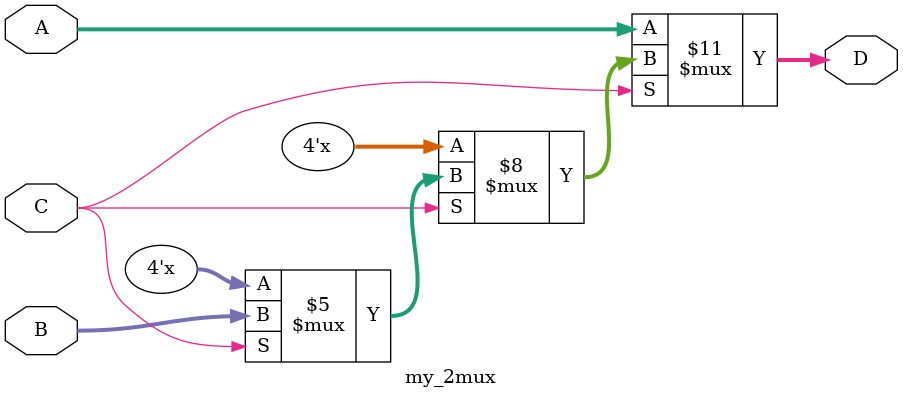
<source format=v>
module my_2mux #(parameter W=4) (A,B,C,D);
	
	input [W-1:0] A,B;
	input C;
	output reg [W-1:0] D;
// output A if select is 0, else B if select is 1
	always@* 
	begin
		if ( C == 0 )
			D = A;
		else if ( C == 1 )
			D = B;

	end
	
endmodule

</source>
